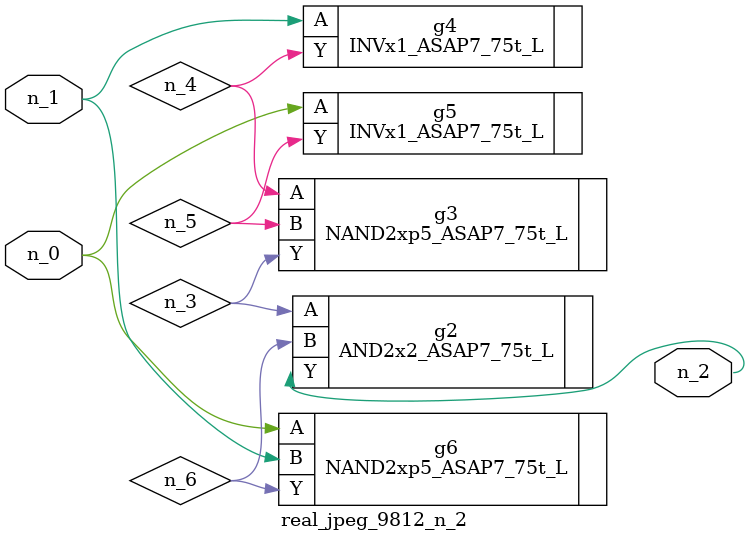
<source format=v>
module real_jpeg_9812_n_2 (n_1, n_0, n_2);

input n_1;
input n_0;

output n_2;

wire n_5;
wire n_4;
wire n_6;
wire n_3;

INVx1_ASAP7_75t_L g5 ( 
.A(n_0),
.Y(n_5)
);

NAND2xp5_ASAP7_75t_L g6 ( 
.A(n_0),
.B(n_1),
.Y(n_6)
);

INVx1_ASAP7_75t_L g4 ( 
.A(n_1),
.Y(n_4)
);

AND2x2_ASAP7_75t_L g2 ( 
.A(n_3),
.B(n_6),
.Y(n_2)
);

NAND2xp5_ASAP7_75t_L g3 ( 
.A(n_4),
.B(n_5),
.Y(n_3)
);


endmodule
</source>
